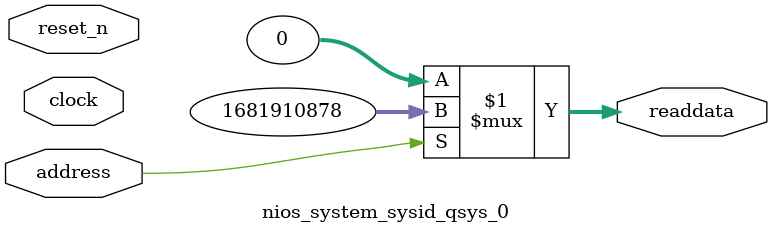
<source format=v>



// synthesis translate_off
`timescale 1ns / 1ps
// synthesis translate_on

// turn off superfluous verilog processor warnings 
// altera message_level Level1 
// altera message_off 10034 10035 10036 10037 10230 10240 10030 

module nios_system_sysid_qsys_0 (
               // inputs:
                address,
                clock,
                reset_n,

               // outputs:
                readdata
             )
;

  output  [ 31: 0] readdata;
  input            address;
  input            clock;
  input            reset_n;

  wire    [ 31: 0] readdata;
  //control_slave, which is an e_avalon_slave
  assign readdata = address ? 1681910878 : 0;

endmodule



</source>
